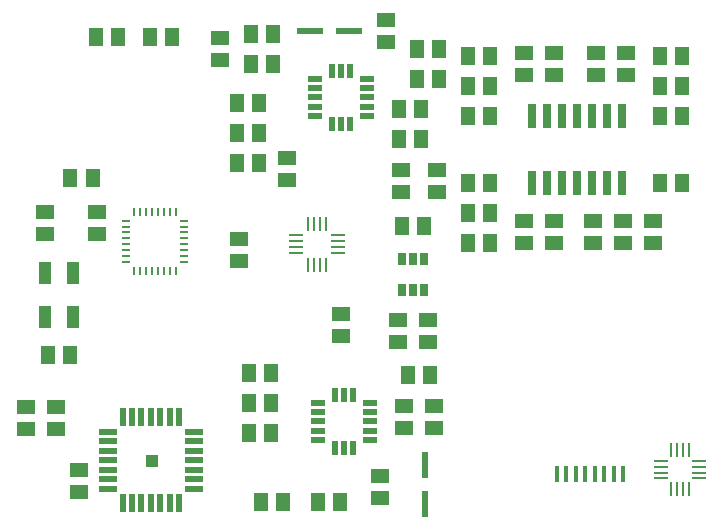
<source format=gtp>
G75*
G70*
%OFA0B0*%
%FSLAX24Y24*%
%IPPOS*%
%LPD*%
%AMOC8*
5,1,8,0,0,1.08239X$1,22.5*
%
%ADD10R,0.0098X0.0256*%
%ADD11R,0.0256X0.0098*%
%ADD12R,0.0591X0.0512*%
%ADD13R,0.0512X0.0591*%
%ADD14R,0.0433X0.0748*%
%ADD15R,0.0453X0.0110*%
%ADD16R,0.0110X0.0453*%
%ADD17R,0.0260X0.0800*%
%ADD18R,0.0276X0.0394*%
%ADD19R,0.0145X0.0520*%
%ADD20R,0.0500X0.0200*%
%ADD21R,0.0200X0.0500*%
%ADD22R,0.0512X0.0098*%
%ADD23R,0.0098X0.0512*%
%ADD24R,0.0591X0.0197*%
%ADD25R,0.0197X0.0591*%
%ADD26R,0.0433X0.0433*%
%ADD27R,0.0197X0.0906*%
%ADD28R,0.0906X0.0197*%
D10*
X006948Y012728D03*
X007145Y012728D03*
X007341Y012728D03*
X007538Y012728D03*
X007735Y012728D03*
X007932Y012728D03*
X008129Y012728D03*
X008326Y012728D03*
X008326Y014677D03*
X008129Y014677D03*
X007932Y014677D03*
X007735Y014677D03*
X007538Y014677D03*
X007341Y014677D03*
X007145Y014677D03*
X006948Y014677D03*
D11*
X006662Y014392D03*
X006662Y014195D03*
X006662Y013998D03*
X006662Y013801D03*
X006662Y013604D03*
X006662Y013408D03*
X006662Y013211D03*
X006662Y013014D03*
X008611Y013014D03*
X008611Y013211D03*
X008611Y013408D03*
X008611Y013604D03*
X008611Y013801D03*
X008611Y013998D03*
X008611Y014195D03*
X008611Y014392D03*
D12*
X010437Y013777D03*
X010437Y013029D03*
X013837Y011277D03*
X013837Y010529D03*
X015737Y010329D03*
X016737Y010329D03*
X016737Y011077D03*
X015737Y011077D03*
X019937Y013629D03*
X020937Y013629D03*
X020937Y014377D03*
X019937Y014377D03*
X022237Y014377D03*
X023237Y014377D03*
X024237Y014377D03*
X024237Y013629D03*
X023237Y013629D03*
X022237Y013629D03*
X017037Y015329D03*
X017037Y016077D03*
X015837Y016077D03*
X015837Y015329D03*
X012037Y015729D03*
X012037Y016477D03*
X009797Y019729D03*
X009797Y020477D03*
X015337Y020329D03*
X015337Y021077D03*
X019937Y019977D03*
X019937Y019229D03*
X020937Y019229D03*
X020937Y019977D03*
X022337Y019977D03*
X022337Y019229D03*
X023337Y019229D03*
X023337Y019977D03*
X005687Y014677D03*
X005687Y013929D03*
X003984Y013929D03*
X003984Y014677D03*
X004337Y008177D03*
X003337Y008177D03*
X003337Y007429D03*
X004337Y007429D03*
X005111Y006077D03*
X005111Y005329D03*
X015137Y005129D03*
X015137Y005877D03*
X015937Y007469D03*
X016937Y007469D03*
X016937Y008217D03*
X015937Y008217D03*
D13*
X016063Y009243D03*
X016811Y009243D03*
X011511Y009303D03*
X010763Y009303D03*
X010763Y008303D03*
X011511Y008303D03*
X011511Y007303D03*
X010763Y007303D03*
X011163Y005003D03*
X011911Y005003D03*
X013063Y005003D03*
X013811Y005003D03*
X004811Y009903D03*
X004063Y009903D03*
X004813Y015803D03*
X005561Y015803D03*
X010363Y016303D03*
X011111Y016303D03*
X011111Y017303D03*
X010363Y017303D03*
X010363Y018303D03*
X011111Y018303D03*
X010823Y019603D03*
X011571Y019603D03*
X011571Y020603D03*
X010823Y020603D03*
X008211Y020503D03*
X007463Y020503D03*
X006411Y020503D03*
X005663Y020503D03*
X015763Y018103D03*
X016511Y018103D03*
X016363Y019103D03*
X017111Y019103D03*
X018063Y018883D03*
X018811Y018883D03*
X018811Y017883D03*
X018063Y017883D03*
X016511Y017103D03*
X015763Y017103D03*
X018063Y015648D03*
X018811Y015648D03*
X018811Y014648D03*
X018063Y014648D03*
X016611Y014203D03*
X015863Y014203D03*
X018063Y013648D03*
X018811Y013648D03*
X024463Y015648D03*
X025211Y015648D03*
X025211Y017883D03*
X024463Y017883D03*
X024463Y018883D03*
X025211Y018883D03*
X025211Y019883D03*
X024463Y019883D03*
X018811Y019883D03*
X018063Y019883D03*
X017111Y020103D03*
X016363Y020103D03*
D14*
X004889Y012631D03*
X003984Y012631D03*
X003984Y011174D03*
X004889Y011174D03*
D15*
X024489Y006389D03*
X024489Y006192D03*
X024489Y005995D03*
X024489Y005798D03*
X025765Y005798D03*
X025765Y005995D03*
X025765Y006192D03*
X025765Y006389D03*
D16*
X025423Y006731D03*
X025226Y006731D03*
X025029Y006731D03*
X024832Y006731D03*
X024832Y005456D03*
X025029Y005456D03*
X025226Y005456D03*
X025423Y005456D03*
D17*
X023187Y015648D03*
X022687Y015648D03*
X022187Y015648D03*
X021687Y015648D03*
X021187Y015648D03*
X020687Y015648D03*
X020187Y015648D03*
X020187Y017883D03*
X020687Y017883D03*
X021187Y017883D03*
X021687Y017883D03*
X022187Y017883D03*
X022687Y017883D03*
X023187Y017883D03*
D18*
X016611Y013115D03*
X016237Y013115D03*
X015863Y013115D03*
X015863Y012091D03*
X016237Y012091D03*
X016611Y012091D03*
D19*
X021032Y005943D03*
X021347Y005943D03*
X021662Y005943D03*
X021977Y005943D03*
X022292Y005943D03*
X022607Y005943D03*
X022922Y005943D03*
X023237Y005943D03*
D20*
X014817Y007083D03*
X014817Y007393D03*
X014817Y007703D03*
X014817Y008013D03*
X014817Y008323D03*
X013057Y008323D03*
X013057Y008013D03*
X013057Y007703D03*
X013057Y007393D03*
X013057Y007083D03*
X012957Y017883D03*
X012957Y018193D03*
X012957Y018503D03*
X012957Y018813D03*
X012957Y019123D03*
X014717Y019123D03*
X014717Y018813D03*
X014717Y018503D03*
X014717Y018193D03*
X014717Y017883D03*
D21*
X014147Y017623D03*
X013837Y017623D03*
X013527Y017623D03*
X013527Y019383D03*
X013837Y019383D03*
X014147Y019383D03*
X014247Y008583D03*
X013937Y008583D03*
X013627Y008583D03*
X013627Y006823D03*
X013937Y006823D03*
X014247Y006823D03*
D22*
X013726Y013308D03*
X013726Y013504D03*
X013726Y013701D03*
X013726Y013898D03*
X012348Y013898D03*
X012348Y013701D03*
X012348Y013504D03*
X012348Y013308D03*
D23*
X012741Y012914D03*
X012938Y012914D03*
X013135Y012914D03*
X013332Y012914D03*
X013332Y014292D03*
X013135Y014292D03*
X012938Y014292D03*
X012741Y014292D03*
D24*
X008936Y007348D03*
X008936Y007033D03*
X008936Y006718D03*
X008936Y006403D03*
X008936Y006088D03*
X008936Y005773D03*
X008936Y005458D03*
X006062Y005458D03*
X006062Y005773D03*
X006062Y006088D03*
X006062Y006403D03*
X006062Y006718D03*
X006062Y007033D03*
X006062Y007348D03*
D25*
X006554Y004966D03*
X006869Y004966D03*
X007184Y004966D03*
X007499Y004966D03*
X007814Y004966D03*
X008129Y004966D03*
X008444Y004966D03*
X008444Y007840D03*
X008129Y007840D03*
X007814Y007840D03*
X007499Y007840D03*
X007184Y007840D03*
X006869Y007840D03*
X006554Y007840D03*
D26*
X007519Y006383D03*
D27*
X016637Y006252D03*
X016637Y004953D03*
D28*
X014086Y020703D03*
X012787Y020703D03*
M02*

</source>
